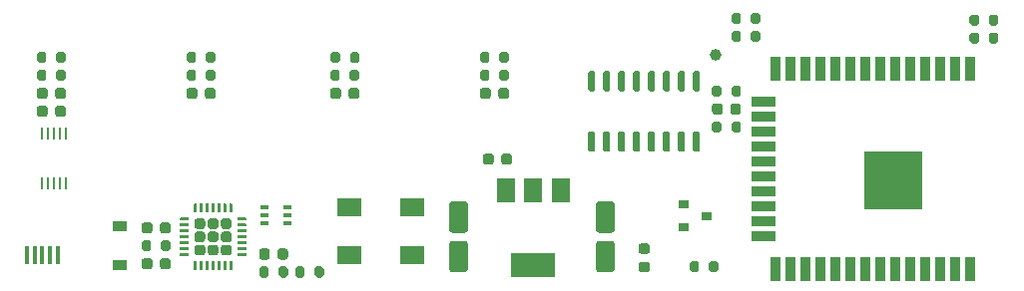
<source format=gbr>
%TF.GenerationSoftware,KiCad,Pcbnew,(5.1.10-1-10_14)*%
%TF.CreationDate,2021-10-13T21:31:21+02:00*%
%TF.ProjectId,MiliOhmMeter,4d696c69-4f68-46d4-9d65-7465722e6b69,rev?*%
%TF.SameCoordinates,Original*%
%TF.FileFunction,Paste,Bot*%
%TF.FilePolarity,Positive*%
%FSLAX46Y46*%
G04 Gerber Fmt 4.6, Leading zero omitted, Abs format (unit mm)*
G04 Created by KiCad (PCBNEW (5.1.10-1-10_14)) date 2021-10-13 21:31:21*
%MOMM*%
%LPD*%
G01*
G04 APERTURE LIST*
%ADD10R,0.450000X1.500000*%
%ADD11R,1.500000X2.000000*%
%ADD12R,3.800000X2.000000*%
%ADD13C,1.000000*%
%ADD14R,2.000000X1.600000*%
%ADD15R,0.250000X1.100000*%
%ADD16R,0.900000X0.800000*%
%ADD17R,0.650000X0.400000*%
%ADD18R,5.000000X5.000000*%
%ADD19R,0.900000X2.000000*%
%ADD20R,2.000000X0.900000*%
%ADD21R,1.200000X0.900000*%
G04 APERTURE END LIST*
D10*
%TO.C,J1*%
X71344000Y-99377000D03*
X73944000Y-99377000D03*
X71994000Y-99377000D03*
X73294000Y-99377000D03*
X72644000Y-99377000D03*
%TD*%
D11*
%TO.C,U4*%
X112000000Y-93878000D03*
X116600000Y-93878000D03*
X114300000Y-93878000D03*
D12*
X114300000Y-100178000D03*
%TD*%
D13*
%TO.C,TP1*%
X129794000Y-82296000D03*
%TD*%
%TO.C,C13*%
G36*
G01*
X119846000Y-98140000D02*
X120946000Y-98140000D01*
G75*
G02*
X121196000Y-98390000I0J-250000D01*
G01*
X121196000Y-100540000D01*
G75*
G02*
X120946000Y-100790000I-250000J0D01*
G01*
X119846000Y-100790000D01*
G75*
G02*
X119596000Y-100540000I0J250000D01*
G01*
X119596000Y-98390000D01*
G75*
G02*
X119846000Y-98140000I250000J0D01*
G01*
G37*
G36*
G01*
X119846000Y-94790000D02*
X120946000Y-94790000D01*
G75*
G02*
X121196000Y-95040000I0J-250000D01*
G01*
X121196000Y-97190000D01*
G75*
G02*
X120946000Y-97440000I-250000J0D01*
G01*
X119846000Y-97440000D01*
G75*
G02*
X119596000Y-97190000I0J250000D01*
G01*
X119596000Y-95040000D01*
G75*
G02*
X119846000Y-94790000I250000J0D01*
G01*
G37*
%TD*%
%TO.C,C12*%
G36*
G01*
X123448000Y-99893000D02*
X123948000Y-99893000D01*
G75*
G02*
X124173000Y-100118000I0J-225000D01*
G01*
X124173000Y-100568000D01*
G75*
G02*
X123948000Y-100793000I-225000J0D01*
G01*
X123448000Y-100793000D01*
G75*
G02*
X123223000Y-100568000I0J225000D01*
G01*
X123223000Y-100118000D01*
G75*
G02*
X123448000Y-99893000I225000J0D01*
G01*
G37*
G36*
G01*
X123448000Y-98343000D02*
X123948000Y-98343000D01*
G75*
G02*
X124173000Y-98568000I0J-225000D01*
G01*
X124173000Y-99018000D01*
G75*
G02*
X123948000Y-99243000I-225000J0D01*
G01*
X123448000Y-99243000D01*
G75*
G02*
X123223000Y-99018000I0J225000D01*
G01*
X123223000Y-98568000D01*
G75*
G02*
X123448000Y-98343000I225000J0D01*
G01*
G37*
%TD*%
%TO.C,C11*%
G36*
G01*
X110927000Y-90936000D02*
X110927000Y-91436000D01*
G75*
G02*
X110702000Y-91661000I-225000J0D01*
G01*
X110252000Y-91661000D01*
G75*
G02*
X110027000Y-91436000I0J225000D01*
G01*
X110027000Y-90936000D01*
G75*
G02*
X110252000Y-90711000I225000J0D01*
G01*
X110702000Y-90711000D01*
G75*
G02*
X110927000Y-90936000I0J-225000D01*
G01*
G37*
G36*
G01*
X112477000Y-90936000D02*
X112477000Y-91436000D01*
G75*
G02*
X112252000Y-91661000I-225000J0D01*
G01*
X111802000Y-91661000D01*
G75*
G02*
X111577000Y-91436000I0J225000D01*
G01*
X111577000Y-90936000D01*
G75*
G02*
X111802000Y-90711000I225000J0D01*
G01*
X112252000Y-90711000D01*
G75*
G02*
X112477000Y-90936000I0J-225000D01*
G01*
G37*
%TD*%
%TO.C,C10*%
G36*
G01*
X107400000Y-98140000D02*
X108500000Y-98140000D01*
G75*
G02*
X108750000Y-98390000I0J-250000D01*
G01*
X108750000Y-100540000D01*
G75*
G02*
X108500000Y-100790000I-250000J0D01*
G01*
X107400000Y-100790000D01*
G75*
G02*
X107150000Y-100540000I0J250000D01*
G01*
X107150000Y-98390000D01*
G75*
G02*
X107400000Y-98140000I250000J0D01*
G01*
G37*
G36*
G01*
X107400000Y-94790000D02*
X108500000Y-94790000D01*
G75*
G02*
X108750000Y-95040000I0J-250000D01*
G01*
X108750000Y-97190000D01*
G75*
G02*
X108500000Y-97440000I-250000J0D01*
G01*
X107400000Y-97440000D01*
G75*
G02*
X107150000Y-97190000I0J250000D01*
G01*
X107150000Y-95040000D01*
G75*
G02*
X107400000Y-94790000I250000J0D01*
G01*
G37*
%TD*%
%TO.C,C9*%
G36*
G01*
X131008000Y-87181500D02*
X131008000Y-86681500D01*
G75*
G02*
X131233000Y-86456500I225000J0D01*
G01*
X131683000Y-86456500D01*
G75*
G02*
X131908000Y-86681500I0J-225000D01*
G01*
X131908000Y-87181500D01*
G75*
G02*
X131683000Y-87406500I-225000J0D01*
G01*
X131233000Y-87406500D01*
G75*
G02*
X131008000Y-87181500I0J225000D01*
G01*
G37*
G36*
G01*
X129458000Y-87181500D02*
X129458000Y-86681500D01*
G75*
G02*
X129683000Y-86456500I225000J0D01*
G01*
X130133000Y-86456500D01*
G75*
G02*
X130358000Y-86681500I0J-225000D01*
G01*
X130358000Y-87181500D01*
G75*
G02*
X130133000Y-87406500I-225000J0D01*
G01*
X129683000Y-87406500D01*
G75*
G02*
X129458000Y-87181500I0J225000D01*
G01*
G37*
%TD*%
%TO.C,C8*%
G36*
G01*
X73731000Y-87372000D02*
X73731000Y-86872000D01*
G75*
G02*
X73956000Y-86647000I225000J0D01*
G01*
X74406000Y-86647000D01*
G75*
G02*
X74631000Y-86872000I0J-225000D01*
G01*
X74631000Y-87372000D01*
G75*
G02*
X74406000Y-87597000I-225000J0D01*
G01*
X73956000Y-87597000D01*
G75*
G02*
X73731000Y-87372000I0J225000D01*
G01*
G37*
G36*
G01*
X72181000Y-87372000D02*
X72181000Y-86872000D01*
G75*
G02*
X72406000Y-86647000I225000J0D01*
G01*
X72856000Y-86647000D01*
G75*
G02*
X73081000Y-86872000I0J-225000D01*
G01*
X73081000Y-87372000D01*
G75*
G02*
X72856000Y-87597000I-225000J0D01*
G01*
X72406000Y-87597000D01*
G75*
G02*
X72181000Y-87372000I0J225000D01*
G01*
G37*
%TD*%
D14*
%TO.C,SW4*%
X98646000Y-99314000D03*
X104046000Y-99314000D03*
%TD*%
%TO.C,SW3*%
X98646000Y-95250000D03*
X104046000Y-95250000D03*
%TD*%
%TO.C,C6*%
G36*
G01*
X111323000Y-85848000D02*
X111323000Y-85348000D01*
G75*
G02*
X111548000Y-85123000I225000J0D01*
G01*
X111998000Y-85123000D01*
G75*
G02*
X112223000Y-85348000I0J-225000D01*
G01*
X112223000Y-85848000D01*
G75*
G02*
X111998000Y-86073000I-225000J0D01*
G01*
X111548000Y-86073000D01*
G75*
G02*
X111323000Y-85848000I0J225000D01*
G01*
G37*
G36*
G01*
X109773000Y-85848000D02*
X109773000Y-85348000D01*
G75*
G02*
X109998000Y-85123000I225000J0D01*
G01*
X110448000Y-85123000D01*
G75*
G02*
X110673000Y-85348000I0J-225000D01*
G01*
X110673000Y-85848000D01*
G75*
G02*
X110448000Y-86073000I-225000J0D01*
G01*
X109998000Y-86073000D01*
G75*
G02*
X109773000Y-85848000I0J225000D01*
G01*
G37*
%TD*%
%TO.C,C5*%
G36*
G01*
X86431000Y-85848000D02*
X86431000Y-85348000D01*
G75*
G02*
X86656000Y-85123000I225000J0D01*
G01*
X87106000Y-85123000D01*
G75*
G02*
X87331000Y-85348000I0J-225000D01*
G01*
X87331000Y-85848000D01*
G75*
G02*
X87106000Y-86073000I-225000J0D01*
G01*
X86656000Y-86073000D01*
G75*
G02*
X86431000Y-85848000I0J225000D01*
G01*
G37*
G36*
G01*
X84881000Y-85848000D02*
X84881000Y-85348000D01*
G75*
G02*
X85106000Y-85123000I225000J0D01*
G01*
X85556000Y-85123000D01*
G75*
G02*
X85781000Y-85348000I0J-225000D01*
G01*
X85781000Y-85848000D01*
G75*
G02*
X85556000Y-86073000I-225000J0D01*
G01*
X85106000Y-86073000D01*
G75*
G02*
X84881000Y-85848000I0J225000D01*
G01*
G37*
%TD*%
%TO.C,C4*%
G36*
G01*
X98623000Y-85848000D02*
X98623000Y-85348000D01*
G75*
G02*
X98848000Y-85123000I225000J0D01*
G01*
X99298000Y-85123000D01*
G75*
G02*
X99523000Y-85348000I0J-225000D01*
G01*
X99523000Y-85848000D01*
G75*
G02*
X99298000Y-86073000I-225000J0D01*
G01*
X98848000Y-86073000D01*
G75*
G02*
X98623000Y-85848000I0J225000D01*
G01*
G37*
G36*
G01*
X97073000Y-85848000D02*
X97073000Y-85348000D01*
G75*
G02*
X97298000Y-85123000I225000J0D01*
G01*
X97748000Y-85123000D01*
G75*
G02*
X97973000Y-85348000I0J-225000D01*
G01*
X97973000Y-85848000D01*
G75*
G02*
X97748000Y-86073000I-225000J0D01*
G01*
X97298000Y-86073000D01*
G75*
G02*
X97073000Y-85848000I0J225000D01*
G01*
G37*
%TD*%
%TO.C,C3*%
G36*
G01*
X73731000Y-85848000D02*
X73731000Y-85348000D01*
G75*
G02*
X73956000Y-85123000I225000J0D01*
G01*
X74406000Y-85123000D01*
G75*
G02*
X74631000Y-85348000I0J-225000D01*
G01*
X74631000Y-85848000D01*
G75*
G02*
X74406000Y-86073000I-225000J0D01*
G01*
X73956000Y-86073000D01*
G75*
G02*
X73731000Y-85848000I0J225000D01*
G01*
G37*
G36*
G01*
X72181000Y-85848000D02*
X72181000Y-85348000D01*
G75*
G02*
X72406000Y-85123000I225000J0D01*
G01*
X72856000Y-85123000D01*
G75*
G02*
X73081000Y-85348000I0J-225000D01*
G01*
X73081000Y-85848000D01*
G75*
G02*
X72856000Y-86073000I-225000J0D01*
G01*
X72406000Y-86073000D01*
G75*
G02*
X72181000Y-85848000I0J225000D01*
G01*
G37*
%TD*%
%TO.C,U3*%
G36*
G01*
X128293000Y-85422000D02*
X127993000Y-85422000D01*
G75*
G02*
X127843000Y-85272000I0J150000D01*
G01*
X127843000Y-83822000D01*
G75*
G02*
X127993000Y-83672000I150000J0D01*
G01*
X128293000Y-83672000D01*
G75*
G02*
X128443000Y-83822000I0J-150000D01*
G01*
X128443000Y-85272000D01*
G75*
G02*
X128293000Y-85422000I-150000J0D01*
G01*
G37*
G36*
G01*
X127023000Y-85422000D02*
X126723000Y-85422000D01*
G75*
G02*
X126573000Y-85272000I0J150000D01*
G01*
X126573000Y-83822000D01*
G75*
G02*
X126723000Y-83672000I150000J0D01*
G01*
X127023000Y-83672000D01*
G75*
G02*
X127173000Y-83822000I0J-150000D01*
G01*
X127173000Y-85272000D01*
G75*
G02*
X127023000Y-85422000I-150000J0D01*
G01*
G37*
G36*
G01*
X125753000Y-85422000D02*
X125453000Y-85422000D01*
G75*
G02*
X125303000Y-85272000I0J150000D01*
G01*
X125303000Y-83822000D01*
G75*
G02*
X125453000Y-83672000I150000J0D01*
G01*
X125753000Y-83672000D01*
G75*
G02*
X125903000Y-83822000I0J-150000D01*
G01*
X125903000Y-85272000D01*
G75*
G02*
X125753000Y-85422000I-150000J0D01*
G01*
G37*
G36*
G01*
X124483000Y-85422000D02*
X124183000Y-85422000D01*
G75*
G02*
X124033000Y-85272000I0J150000D01*
G01*
X124033000Y-83822000D01*
G75*
G02*
X124183000Y-83672000I150000J0D01*
G01*
X124483000Y-83672000D01*
G75*
G02*
X124633000Y-83822000I0J-150000D01*
G01*
X124633000Y-85272000D01*
G75*
G02*
X124483000Y-85422000I-150000J0D01*
G01*
G37*
G36*
G01*
X123213000Y-85422000D02*
X122913000Y-85422000D01*
G75*
G02*
X122763000Y-85272000I0J150000D01*
G01*
X122763000Y-83822000D01*
G75*
G02*
X122913000Y-83672000I150000J0D01*
G01*
X123213000Y-83672000D01*
G75*
G02*
X123363000Y-83822000I0J-150000D01*
G01*
X123363000Y-85272000D01*
G75*
G02*
X123213000Y-85422000I-150000J0D01*
G01*
G37*
G36*
G01*
X121943000Y-85422000D02*
X121643000Y-85422000D01*
G75*
G02*
X121493000Y-85272000I0J150000D01*
G01*
X121493000Y-83822000D01*
G75*
G02*
X121643000Y-83672000I150000J0D01*
G01*
X121943000Y-83672000D01*
G75*
G02*
X122093000Y-83822000I0J-150000D01*
G01*
X122093000Y-85272000D01*
G75*
G02*
X121943000Y-85422000I-150000J0D01*
G01*
G37*
G36*
G01*
X120673000Y-85422000D02*
X120373000Y-85422000D01*
G75*
G02*
X120223000Y-85272000I0J150000D01*
G01*
X120223000Y-83822000D01*
G75*
G02*
X120373000Y-83672000I150000J0D01*
G01*
X120673000Y-83672000D01*
G75*
G02*
X120823000Y-83822000I0J-150000D01*
G01*
X120823000Y-85272000D01*
G75*
G02*
X120673000Y-85422000I-150000J0D01*
G01*
G37*
G36*
G01*
X119403000Y-85422000D02*
X119103000Y-85422000D01*
G75*
G02*
X118953000Y-85272000I0J150000D01*
G01*
X118953000Y-83822000D01*
G75*
G02*
X119103000Y-83672000I150000J0D01*
G01*
X119403000Y-83672000D01*
G75*
G02*
X119553000Y-83822000I0J-150000D01*
G01*
X119553000Y-85272000D01*
G75*
G02*
X119403000Y-85422000I-150000J0D01*
G01*
G37*
G36*
G01*
X119403000Y-90572000D02*
X119103000Y-90572000D01*
G75*
G02*
X118953000Y-90422000I0J150000D01*
G01*
X118953000Y-88972000D01*
G75*
G02*
X119103000Y-88822000I150000J0D01*
G01*
X119403000Y-88822000D01*
G75*
G02*
X119553000Y-88972000I0J-150000D01*
G01*
X119553000Y-90422000D01*
G75*
G02*
X119403000Y-90572000I-150000J0D01*
G01*
G37*
G36*
G01*
X120673000Y-90572000D02*
X120373000Y-90572000D01*
G75*
G02*
X120223000Y-90422000I0J150000D01*
G01*
X120223000Y-88972000D01*
G75*
G02*
X120373000Y-88822000I150000J0D01*
G01*
X120673000Y-88822000D01*
G75*
G02*
X120823000Y-88972000I0J-150000D01*
G01*
X120823000Y-90422000D01*
G75*
G02*
X120673000Y-90572000I-150000J0D01*
G01*
G37*
G36*
G01*
X121943000Y-90572000D02*
X121643000Y-90572000D01*
G75*
G02*
X121493000Y-90422000I0J150000D01*
G01*
X121493000Y-88972000D01*
G75*
G02*
X121643000Y-88822000I150000J0D01*
G01*
X121943000Y-88822000D01*
G75*
G02*
X122093000Y-88972000I0J-150000D01*
G01*
X122093000Y-90422000D01*
G75*
G02*
X121943000Y-90572000I-150000J0D01*
G01*
G37*
G36*
G01*
X123213000Y-90572000D02*
X122913000Y-90572000D01*
G75*
G02*
X122763000Y-90422000I0J150000D01*
G01*
X122763000Y-88972000D01*
G75*
G02*
X122913000Y-88822000I150000J0D01*
G01*
X123213000Y-88822000D01*
G75*
G02*
X123363000Y-88972000I0J-150000D01*
G01*
X123363000Y-90422000D01*
G75*
G02*
X123213000Y-90572000I-150000J0D01*
G01*
G37*
G36*
G01*
X124483000Y-90572000D02*
X124183000Y-90572000D01*
G75*
G02*
X124033000Y-90422000I0J150000D01*
G01*
X124033000Y-88972000D01*
G75*
G02*
X124183000Y-88822000I150000J0D01*
G01*
X124483000Y-88822000D01*
G75*
G02*
X124633000Y-88972000I0J-150000D01*
G01*
X124633000Y-90422000D01*
G75*
G02*
X124483000Y-90572000I-150000J0D01*
G01*
G37*
G36*
G01*
X125753000Y-90572000D02*
X125453000Y-90572000D01*
G75*
G02*
X125303000Y-90422000I0J150000D01*
G01*
X125303000Y-88972000D01*
G75*
G02*
X125453000Y-88822000I150000J0D01*
G01*
X125753000Y-88822000D01*
G75*
G02*
X125903000Y-88972000I0J-150000D01*
G01*
X125903000Y-90422000D01*
G75*
G02*
X125753000Y-90572000I-150000J0D01*
G01*
G37*
G36*
G01*
X127023000Y-90572000D02*
X126723000Y-90572000D01*
G75*
G02*
X126573000Y-90422000I0J150000D01*
G01*
X126573000Y-88972000D01*
G75*
G02*
X126723000Y-88822000I150000J0D01*
G01*
X127023000Y-88822000D01*
G75*
G02*
X127173000Y-88972000I0J-150000D01*
G01*
X127173000Y-90422000D01*
G75*
G02*
X127023000Y-90572000I-150000J0D01*
G01*
G37*
G36*
G01*
X128293000Y-90572000D02*
X127993000Y-90572000D01*
G75*
G02*
X127843000Y-90422000I0J150000D01*
G01*
X127843000Y-88972000D01*
G75*
G02*
X127993000Y-88822000I150000J0D01*
G01*
X128293000Y-88822000D01*
G75*
G02*
X128443000Y-88972000I0J-150000D01*
G01*
X128443000Y-90422000D01*
G75*
G02*
X128293000Y-90572000I-150000J0D01*
G01*
G37*
%TD*%
D15*
%TO.C,U2*%
X74596500Y-88972500D03*
X74096500Y-88972500D03*
X73596500Y-88972500D03*
X73096500Y-88972500D03*
X72596500Y-88972500D03*
X72596500Y-93272500D03*
X73096500Y-93272500D03*
X73596500Y-93272500D03*
X74096500Y-93272500D03*
X74596500Y-93272500D03*
%TD*%
%TO.C,U1*%
G36*
G01*
X86227000Y-97120000D02*
X85777000Y-97120000D01*
G75*
G02*
X85552000Y-96895000I0J225000D01*
G01*
X85552000Y-96445000D01*
G75*
G02*
X85777000Y-96220000I225000J0D01*
G01*
X86227000Y-96220000D01*
G75*
G02*
X86452000Y-96445000I0J-225000D01*
G01*
X86452000Y-96895000D01*
G75*
G02*
X86227000Y-97120000I-225000J0D01*
G01*
G37*
G36*
G01*
X87347000Y-97120000D02*
X86897000Y-97120000D01*
G75*
G02*
X86672000Y-96895000I0J225000D01*
G01*
X86672000Y-96445000D01*
G75*
G02*
X86897000Y-96220000I225000J0D01*
G01*
X87347000Y-96220000D01*
G75*
G02*
X87572000Y-96445000I0J-225000D01*
G01*
X87572000Y-96895000D01*
G75*
G02*
X87347000Y-97120000I-225000J0D01*
G01*
G37*
G36*
G01*
X88467000Y-97120000D02*
X88017000Y-97120000D01*
G75*
G02*
X87792000Y-96895000I0J225000D01*
G01*
X87792000Y-96445000D01*
G75*
G02*
X88017000Y-96220000I225000J0D01*
G01*
X88467000Y-96220000D01*
G75*
G02*
X88692000Y-96445000I0J-225000D01*
G01*
X88692000Y-96895000D01*
G75*
G02*
X88467000Y-97120000I-225000J0D01*
G01*
G37*
G36*
G01*
X86227000Y-98240000D02*
X85777000Y-98240000D01*
G75*
G02*
X85552000Y-98015000I0J225000D01*
G01*
X85552000Y-97565000D01*
G75*
G02*
X85777000Y-97340000I225000J0D01*
G01*
X86227000Y-97340000D01*
G75*
G02*
X86452000Y-97565000I0J-225000D01*
G01*
X86452000Y-98015000D01*
G75*
G02*
X86227000Y-98240000I-225000J0D01*
G01*
G37*
G36*
G01*
X87347000Y-98240000D02*
X86897000Y-98240000D01*
G75*
G02*
X86672000Y-98015000I0J225000D01*
G01*
X86672000Y-97565000D01*
G75*
G02*
X86897000Y-97340000I225000J0D01*
G01*
X87347000Y-97340000D01*
G75*
G02*
X87572000Y-97565000I0J-225000D01*
G01*
X87572000Y-98015000D01*
G75*
G02*
X87347000Y-98240000I-225000J0D01*
G01*
G37*
G36*
G01*
X88467000Y-98240000D02*
X88017000Y-98240000D01*
G75*
G02*
X87792000Y-98015000I0J225000D01*
G01*
X87792000Y-97565000D01*
G75*
G02*
X88017000Y-97340000I225000J0D01*
G01*
X88467000Y-97340000D01*
G75*
G02*
X88692000Y-97565000I0J-225000D01*
G01*
X88692000Y-98015000D01*
G75*
G02*
X88467000Y-98240000I-225000J0D01*
G01*
G37*
G36*
G01*
X86227000Y-99360000D02*
X85777000Y-99360000D01*
G75*
G02*
X85552000Y-99135000I0J225000D01*
G01*
X85552000Y-98685000D01*
G75*
G02*
X85777000Y-98460000I225000J0D01*
G01*
X86227000Y-98460000D01*
G75*
G02*
X86452000Y-98685000I0J-225000D01*
G01*
X86452000Y-99135000D01*
G75*
G02*
X86227000Y-99360000I-225000J0D01*
G01*
G37*
G36*
G01*
X87347000Y-99360000D02*
X86897000Y-99360000D01*
G75*
G02*
X86672000Y-99135000I0J225000D01*
G01*
X86672000Y-98685000D01*
G75*
G02*
X86897000Y-98460000I225000J0D01*
G01*
X87347000Y-98460000D01*
G75*
G02*
X87572000Y-98685000I0J-225000D01*
G01*
X87572000Y-99135000D01*
G75*
G02*
X87347000Y-99360000I-225000J0D01*
G01*
G37*
G36*
G01*
X88467000Y-99360000D02*
X88017000Y-99360000D01*
G75*
G02*
X87792000Y-99135000I0J225000D01*
G01*
X87792000Y-98685000D01*
G75*
G02*
X88017000Y-98460000I225000J0D01*
G01*
X88467000Y-98460000D01*
G75*
G02*
X88692000Y-98685000I0J-225000D01*
G01*
X88692000Y-99135000D01*
G75*
G02*
X88467000Y-99360000I-225000J0D01*
G01*
G37*
G36*
G01*
X89909500Y-99415000D02*
X89234500Y-99415000D01*
G75*
G02*
X89172000Y-99352500I0J62500D01*
G01*
X89172000Y-99227500D01*
G75*
G02*
X89234500Y-99165000I62500J0D01*
G01*
X89909500Y-99165000D01*
G75*
G02*
X89972000Y-99227500I0J-62500D01*
G01*
X89972000Y-99352500D01*
G75*
G02*
X89909500Y-99415000I-62500J0D01*
G01*
G37*
G36*
G01*
X89909500Y-98915000D02*
X89234500Y-98915000D01*
G75*
G02*
X89172000Y-98852500I0J62500D01*
G01*
X89172000Y-98727500D01*
G75*
G02*
X89234500Y-98665000I62500J0D01*
G01*
X89909500Y-98665000D01*
G75*
G02*
X89972000Y-98727500I0J-62500D01*
G01*
X89972000Y-98852500D01*
G75*
G02*
X89909500Y-98915000I-62500J0D01*
G01*
G37*
G36*
G01*
X89909500Y-98415000D02*
X89234500Y-98415000D01*
G75*
G02*
X89172000Y-98352500I0J62500D01*
G01*
X89172000Y-98227500D01*
G75*
G02*
X89234500Y-98165000I62500J0D01*
G01*
X89909500Y-98165000D01*
G75*
G02*
X89972000Y-98227500I0J-62500D01*
G01*
X89972000Y-98352500D01*
G75*
G02*
X89909500Y-98415000I-62500J0D01*
G01*
G37*
G36*
G01*
X89909500Y-97915000D02*
X89234500Y-97915000D01*
G75*
G02*
X89172000Y-97852500I0J62500D01*
G01*
X89172000Y-97727500D01*
G75*
G02*
X89234500Y-97665000I62500J0D01*
G01*
X89909500Y-97665000D01*
G75*
G02*
X89972000Y-97727500I0J-62500D01*
G01*
X89972000Y-97852500D01*
G75*
G02*
X89909500Y-97915000I-62500J0D01*
G01*
G37*
G36*
G01*
X89909500Y-97415000D02*
X89234500Y-97415000D01*
G75*
G02*
X89172000Y-97352500I0J62500D01*
G01*
X89172000Y-97227500D01*
G75*
G02*
X89234500Y-97165000I62500J0D01*
G01*
X89909500Y-97165000D01*
G75*
G02*
X89972000Y-97227500I0J-62500D01*
G01*
X89972000Y-97352500D01*
G75*
G02*
X89909500Y-97415000I-62500J0D01*
G01*
G37*
G36*
G01*
X89909500Y-96915000D02*
X89234500Y-96915000D01*
G75*
G02*
X89172000Y-96852500I0J62500D01*
G01*
X89172000Y-96727500D01*
G75*
G02*
X89234500Y-96665000I62500J0D01*
G01*
X89909500Y-96665000D01*
G75*
G02*
X89972000Y-96727500I0J-62500D01*
G01*
X89972000Y-96852500D01*
G75*
G02*
X89909500Y-96915000I-62500J0D01*
G01*
G37*
G36*
G01*
X89909500Y-96415000D02*
X89234500Y-96415000D01*
G75*
G02*
X89172000Y-96352500I0J62500D01*
G01*
X89172000Y-96227500D01*
G75*
G02*
X89234500Y-96165000I62500J0D01*
G01*
X89909500Y-96165000D01*
G75*
G02*
X89972000Y-96227500I0J-62500D01*
G01*
X89972000Y-96352500D01*
G75*
G02*
X89909500Y-96415000I-62500J0D01*
G01*
G37*
G36*
G01*
X88684500Y-95740000D02*
X88559500Y-95740000D01*
G75*
G02*
X88497000Y-95677500I0J62500D01*
G01*
X88497000Y-95002500D01*
G75*
G02*
X88559500Y-94940000I62500J0D01*
G01*
X88684500Y-94940000D01*
G75*
G02*
X88747000Y-95002500I0J-62500D01*
G01*
X88747000Y-95677500D01*
G75*
G02*
X88684500Y-95740000I-62500J0D01*
G01*
G37*
G36*
G01*
X88184500Y-95740000D02*
X88059500Y-95740000D01*
G75*
G02*
X87997000Y-95677500I0J62500D01*
G01*
X87997000Y-95002500D01*
G75*
G02*
X88059500Y-94940000I62500J0D01*
G01*
X88184500Y-94940000D01*
G75*
G02*
X88247000Y-95002500I0J-62500D01*
G01*
X88247000Y-95677500D01*
G75*
G02*
X88184500Y-95740000I-62500J0D01*
G01*
G37*
G36*
G01*
X87684500Y-95740000D02*
X87559500Y-95740000D01*
G75*
G02*
X87497000Y-95677500I0J62500D01*
G01*
X87497000Y-95002500D01*
G75*
G02*
X87559500Y-94940000I62500J0D01*
G01*
X87684500Y-94940000D01*
G75*
G02*
X87747000Y-95002500I0J-62500D01*
G01*
X87747000Y-95677500D01*
G75*
G02*
X87684500Y-95740000I-62500J0D01*
G01*
G37*
G36*
G01*
X87184500Y-95740000D02*
X87059500Y-95740000D01*
G75*
G02*
X86997000Y-95677500I0J62500D01*
G01*
X86997000Y-95002500D01*
G75*
G02*
X87059500Y-94940000I62500J0D01*
G01*
X87184500Y-94940000D01*
G75*
G02*
X87247000Y-95002500I0J-62500D01*
G01*
X87247000Y-95677500D01*
G75*
G02*
X87184500Y-95740000I-62500J0D01*
G01*
G37*
G36*
G01*
X86684500Y-95740000D02*
X86559500Y-95740000D01*
G75*
G02*
X86497000Y-95677500I0J62500D01*
G01*
X86497000Y-95002500D01*
G75*
G02*
X86559500Y-94940000I62500J0D01*
G01*
X86684500Y-94940000D01*
G75*
G02*
X86747000Y-95002500I0J-62500D01*
G01*
X86747000Y-95677500D01*
G75*
G02*
X86684500Y-95740000I-62500J0D01*
G01*
G37*
G36*
G01*
X86184500Y-95740000D02*
X86059500Y-95740000D01*
G75*
G02*
X85997000Y-95677500I0J62500D01*
G01*
X85997000Y-95002500D01*
G75*
G02*
X86059500Y-94940000I62500J0D01*
G01*
X86184500Y-94940000D01*
G75*
G02*
X86247000Y-95002500I0J-62500D01*
G01*
X86247000Y-95677500D01*
G75*
G02*
X86184500Y-95740000I-62500J0D01*
G01*
G37*
G36*
G01*
X85684500Y-95740000D02*
X85559500Y-95740000D01*
G75*
G02*
X85497000Y-95677500I0J62500D01*
G01*
X85497000Y-95002500D01*
G75*
G02*
X85559500Y-94940000I62500J0D01*
G01*
X85684500Y-94940000D01*
G75*
G02*
X85747000Y-95002500I0J-62500D01*
G01*
X85747000Y-95677500D01*
G75*
G02*
X85684500Y-95740000I-62500J0D01*
G01*
G37*
G36*
G01*
X85009500Y-96415000D02*
X84334500Y-96415000D01*
G75*
G02*
X84272000Y-96352500I0J62500D01*
G01*
X84272000Y-96227500D01*
G75*
G02*
X84334500Y-96165000I62500J0D01*
G01*
X85009500Y-96165000D01*
G75*
G02*
X85072000Y-96227500I0J-62500D01*
G01*
X85072000Y-96352500D01*
G75*
G02*
X85009500Y-96415000I-62500J0D01*
G01*
G37*
G36*
G01*
X85009500Y-96915000D02*
X84334500Y-96915000D01*
G75*
G02*
X84272000Y-96852500I0J62500D01*
G01*
X84272000Y-96727500D01*
G75*
G02*
X84334500Y-96665000I62500J0D01*
G01*
X85009500Y-96665000D01*
G75*
G02*
X85072000Y-96727500I0J-62500D01*
G01*
X85072000Y-96852500D01*
G75*
G02*
X85009500Y-96915000I-62500J0D01*
G01*
G37*
G36*
G01*
X85009500Y-97415000D02*
X84334500Y-97415000D01*
G75*
G02*
X84272000Y-97352500I0J62500D01*
G01*
X84272000Y-97227500D01*
G75*
G02*
X84334500Y-97165000I62500J0D01*
G01*
X85009500Y-97165000D01*
G75*
G02*
X85072000Y-97227500I0J-62500D01*
G01*
X85072000Y-97352500D01*
G75*
G02*
X85009500Y-97415000I-62500J0D01*
G01*
G37*
G36*
G01*
X85009500Y-97915000D02*
X84334500Y-97915000D01*
G75*
G02*
X84272000Y-97852500I0J62500D01*
G01*
X84272000Y-97727500D01*
G75*
G02*
X84334500Y-97665000I62500J0D01*
G01*
X85009500Y-97665000D01*
G75*
G02*
X85072000Y-97727500I0J-62500D01*
G01*
X85072000Y-97852500D01*
G75*
G02*
X85009500Y-97915000I-62500J0D01*
G01*
G37*
G36*
G01*
X85009500Y-98415000D02*
X84334500Y-98415000D01*
G75*
G02*
X84272000Y-98352500I0J62500D01*
G01*
X84272000Y-98227500D01*
G75*
G02*
X84334500Y-98165000I62500J0D01*
G01*
X85009500Y-98165000D01*
G75*
G02*
X85072000Y-98227500I0J-62500D01*
G01*
X85072000Y-98352500D01*
G75*
G02*
X85009500Y-98415000I-62500J0D01*
G01*
G37*
G36*
G01*
X85009500Y-98915000D02*
X84334500Y-98915000D01*
G75*
G02*
X84272000Y-98852500I0J62500D01*
G01*
X84272000Y-98727500D01*
G75*
G02*
X84334500Y-98665000I62500J0D01*
G01*
X85009500Y-98665000D01*
G75*
G02*
X85072000Y-98727500I0J-62500D01*
G01*
X85072000Y-98852500D01*
G75*
G02*
X85009500Y-98915000I-62500J0D01*
G01*
G37*
G36*
G01*
X85009500Y-99415000D02*
X84334500Y-99415000D01*
G75*
G02*
X84272000Y-99352500I0J62500D01*
G01*
X84272000Y-99227500D01*
G75*
G02*
X84334500Y-99165000I62500J0D01*
G01*
X85009500Y-99165000D01*
G75*
G02*
X85072000Y-99227500I0J-62500D01*
G01*
X85072000Y-99352500D01*
G75*
G02*
X85009500Y-99415000I-62500J0D01*
G01*
G37*
G36*
G01*
X85684500Y-100640000D02*
X85559500Y-100640000D01*
G75*
G02*
X85497000Y-100577500I0J62500D01*
G01*
X85497000Y-99902500D01*
G75*
G02*
X85559500Y-99840000I62500J0D01*
G01*
X85684500Y-99840000D01*
G75*
G02*
X85747000Y-99902500I0J-62500D01*
G01*
X85747000Y-100577500D01*
G75*
G02*
X85684500Y-100640000I-62500J0D01*
G01*
G37*
G36*
G01*
X86184500Y-100640000D02*
X86059500Y-100640000D01*
G75*
G02*
X85997000Y-100577500I0J62500D01*
G01*
X85997000Y-99902500D01*
G75*
G02*
X86059500Y-99840000I62500J0D01*
G01*
X86184500Y-99840000D01*
G75*
G02*
X86247000Y-99902500I0J-62500D01*
G01*
X86247000Y-100577500D01*
G75*
G02*
X86184500Y-100640000I-62500J0D01*
G01*
G37*
G36*
G01*
X86684500Y-100640000D02*
X86559500Y-100640000D01*
G75*
G02*
X86497000Y-100577500I0J62500D01*
G01*
X86497000Y-99902500D01*
G75*
G02*
X86559500Y-99840000I62500J0D01*
G01*
X86684500Y-99840000D01*
G75*
G02*
X86747000Y-99902500I0J-62500D01*
G01*
X86747000Y-100577500D01*
G75*
G02*
X86684500Y-100640000I-62500J0D01*
G01*
G37*
G36*
G01*
X87184500Y-100640000D02*
X87059500Y-100640000D01*
G75*
G02*
X86997000Y-100577500I0J62500D01*
G01*
X86997000Y-99902500D01*
G75*
G02*
X87059500Y-99840000I62500J0D01*
G01*
X87184500Y-99840000D01*
G75*
G02*
X87247000Y-99902500I0J-62500D01*
G01*
X87247000Y-100577500D01*
G75*
G02*
X87184500Y-100640000I-62500J0D01*
G01*
G37*
G36*
G01*
X87684500Y-100640000D02*
X87559500Y-100640000D01*
G75*
G02*
X87497000Y-100577500I0J62500D01*
G01*
X87497000Y-99902500D01*
G75*
G02*
X87559500Y-99840000I62500J0D01*
G01*
X87684500Y-99840000D01*
G75*
G02*
X87747000Y-99902500I0J-62500D01*
G01*
X87747000Y-100577500D01*
G75*
G02*
X87684500Y-100640000I-62500J0D01*
G01*
G37*
G36*
G01*
X88184500Y-100640000D02*
X88059500Y-100640000D01*
G75*
G02*
X87997000Y-100577500I0J62500D01*
G01*
X87997000Y-99902500D01*
G75*
G02*
X88059500Y-99840000I62500J0D01*
G01*
X88184500Y-99840000D01*
G75*
G02*
X88247000Y-99902500I0J-62500D01*
G01*
X88247000Y-100577500D01*
G75*
G02*
X88184500Y-100640000I-62500J0D01*
G01*
G37*
G36*
G01*
X88684500Y-100640000D02*
X88559500Y-100640000D01*
G75*
G02*
X88497000Y-100577500I0J62500D01*
G01*
X88497000Y-99902500D01*
G75*
G02*
X88559500Y-99840000I62500J0D01*
G01*
X88684500Y-99840000D01*
G75*
G02*
X88747000Y-99902500I0J-62500D01*
G01*
X88747000Y-100577500D01*
G75*
G02*
X88684500Y-100640000I-62500J0D01*
G01*
G37*
%TD*%
%TO.C,R18*%
G36*
G01*
X110573000Y-83799000D02*
X110573000Y-84349000D01*
G75*
G02*
X110373000Y-84549000I-200000J0D01*
G01*
X109973000Y-84549000D01*
G75*
G02*
X109773000Y-84349000I0J200000D01*
G01*
X109773000Y-83799000D01*
G75*
G02*
X109973000Y-83599000I200000J0D01*
G01*
X110373000Y-83599000D01*
G75*
G02*
X110573000Y-83799000I0J-200000D01*
G01*
G37*
G36*
G01*
X112223000Y-83799000D02*
X112223000Y-84349000D01*
G75*
G02*
X112023000Y-84549000I-200000J0D01*
G01*
X111623000Y-84549000D01*
G75*
G02*
X111423000Y-84349000I0J200000D01*
G01*
X111423000Y-83799000D01*
G75*
G02*
X111623000Y-83599000I200000J0D01*
G01*
X112023000Y-83599000D01*
G75*
G02*
X112223000Y-83799000I0J-200000D01*
G01*
G37*
%TD*%
%TO.C,R17*%
G36*
G01*
X110573000Y-82275000D02*
X110573000Y-82825000D01*
G75*
G02*
X110373000Y-83025000I-200000J0D01*
G01*
X109973000Y-83025000D01*
G75*
G02*
X109773000Y-82825000I0J200000D01*
G01*
X109773000Y-82275000D01*
G75*
G02*
X109973000Y-82075000I200000J0D01*
G01*
X110373000Y-82075000D01*
G75*
G02*
X110573000Y-82275000I0J-200000D01*
G01*
G37*
G36*
G01*
X112223000Y-82275000D02*
X112223000Y-82825000D01*
G75*
G02*
X112023000Y-83025000I-200000J0D01*
G01*
X111623000Y-83025000D01*
G75*
G02*
X111423000Y-82825000I0J200000D01*
G01*
X111423000Y-82275000D01*
G75*
G02*
X111623000Y-82075000I200000J0D01*
G01*
X112023000Y-82075000D01*
G75*
G02*
X112223000Y-82275000I0J-200000D01*
G01*
G37*
%TD*%
%TO.C,R16*%
G36*
G01*
X85681000Y-83799000D02*
X85681000Y-84349000D01*
G75*
G02*
X85481000Y-84549000I-200000J0D01*
G01*
X85081000Y-84549000D01*
G75*
G02*
X84881000Y-84349000I0J200000D01*
G01*
X84881000Y-83799000D01*
G75*
G02*
X85081000Y-83599000I200000J0D01*
G01*
X85481000Y-83599000D01*
G75*
G02*
X85681000Y-83799000I0J-200000D01*
G01*
G37*
G36*
G01*
X87331000Y-83799000D02*
X87331000Y-84349000D01*
G75*
G02*
X87131000Y-84549000I-200000J0D01*
G01*
X86731000Y-84549000D01*
G75*
G02*
X86531000Y-84349000I0J200000D01*
G01*
X86531000Y-83799000D01*
G75*
G02*
X86731000Y-83599000I200000J0D01*
G01*
X87131000Y-83599000D01*
G75*
G02*
X87331000Y-83799000I0J-200000D01*
G01*
G37*
%TD*%
%TO.C,R15*%
G36*
G01*
X85681000Y-82275000D02*
X85681000Y-82825000D01*
G75*
G02*
X85481000Y-83025000I-200000J0D01*
G01*
X85081000Y-83025000D01*
G75*
G02*
X84881000Y-82825000I0J200000D01*
G01*
X84881000Y-82275000D01*
G75*
G02*
X85081000Y-82075000I200000J0D01*
G01*
X85481000Y-82075000D01*
G75*
G02*
X85681000Y-82275000I0J-200000D01*
G01*
G37*
G36*
G01*
X87331000Y-82275000D02*
X87331000Y-82825000D01*
G75*
G02*
X87131000Y-83025000I-200000J0D01*
G01*
X86731000Y-83025000D01*
G75*
G02*
X86531000Y-82825000I0J200000D01*
G01*
X86531000Y-82275000D01*
G75*
G02*
X86731000Y-82075000I200000J0D01*
G01*
X87131000Y-82075000D01*
G75*
G02*
X87331000Y-82275000I0J-200000D01*
G01*
G37*
%TD*%
%TO.C,R14*%
G36*
G01*
X130258000Y-85132500D02*
X130258000Y-85682500D01*
G75*
G02*
X130058000Y-85882500I-200000J0D01*
G01*
X129658000Y-85882500D01*
G75*
G02*
X129458000Y-85682500I0J200000D01*
G01*
X129458000Y-85132500D01*
G75*
G02*
X129658000Y-84932500I200000J0D01*
G01*
X130058000Y-84932500D01*
G75*
G02*
X130258000Y-85132500I0J-200000D01*
G01*
G37*
G36*
G01*
X131908000Y-85132500D02*
X131908000Y-85682500D01*
G75*
G02*
X131708000Y-85882500I-200000J0D01*
G01*
X131308000Y-85882500D01*
G75*
G02*
X131108000Y-85682500I0J200000D01*
G01*
X131108000Y-85132500D01*
G75*
G02*
X131308000Y-84932500I200000J0D01*
G01*
X131708000Y-84932500D01*
G75*
G02*
X131908000Y-85132500I0J-200000D01*
G01*
G37*
%TD*%
%TO.C,R13*%
G36*
G01*
X128353000Y-100055000D02*
X128353000Y-100605000D01*
G75*
G02*
X128153000Y-100805000I-200000J0D01*
G01*
X127753000Y-100805000D01*
G75*
G02*
X127553000Y-100605000I0J200000D01*
G01*
X127553000Y-100055000D01*
G75*
G02*
X127753000Y-99855000I200000J0D01*
G01*
X128153000Y-99855000D01*
G75*
G02*
X128353000Y-100055000I0J-200000D01*
G01*
G37*
G36*
G01*
X130003000Y-100055000D02*
X130003000Y-100605000D01*
G75*
G02*
X129803000Y-100805000I-200000J0D01*
G01*
X129403000Y-100805000D01*
G75*
G02*
X129203000Y-100605000I0J200000D01*
G01*
X129203000Y-100055000D01*
G75*
G02*
X129403000Y-99855000I200000J0D01*
G01*
X129803000Y-99855000D01*
G75*
G02*
X130003000Y-100055000I0J-200000D01*
G01*
G37*
%TD*%
%TO.C,R12*%
G36*
G01*
X81871000Y-98277000D02*
X81871000Y-98827000D01*
G75*
G02*
X81671000Y-99027000I-200000J0D01*
G01*
X81271000Y-99027000D01*
G75*
G02*
X81071000Y-98827000I0J200000D01*
G01*
X81071000Y-98277000D01*
G75*
G02*
X81271000Y-98077000I200000J0D01*
G01*
X81671000Y-98077000D01*
G75*
G02*
X81871000Y-98277000I0J-200000D01*
G01*
G37*
G36*
G01*
X83521000Y-98277000D02*
X83521000Y-98827000D01*
G75*
G02*
X83321000Y-99027000I-200000J0D01*
G01*
X82921000Y-99027000D01*
G75*
G02*
X82721000Y-98827000I0J200000D01*
G01*
X82721000Y-98277000D01*
G75*
G02*
X82921000Y-98077000I200000J0D01*
G01*
X83321000Y-98077000D01*
G75*
G02*
X83521000Y-98277000I0J-200000D01*
G01*
G37*
%TD*%
%TO.C,R11*%
G36*
G01*
X92690500Y-101049500D02*
X92690500Y-100499500D01*
G75*
G02*
X92890500Y-100299500I200000J0D01*
G01*
X93290500Y-100299500D01*
G75*
G02*
X93490500Y-100499500I0J-200000D01*
G01*
X93490500Y-101049500D01*
G75*
G02*
X93290500Y-101249500I-200000J0D01*
G01*
X92890500Y-101249500D01*
G75*
G02*
X92690500Y-101049500I0J200000D01*
G01*
G37*
G36*
G01*
X91040500Y-101049500D02*
X91040500Y-100499500D01*
G75*
G02*
X91240500Y-100299500I200000J0D01*
G01*
X91640500Y-100299500D01*
G75*
G02*
X91840500Y-100499500I0J-200000D01*
G01*
X91840500Y-101049500D01*
G75*
G02*
X91640500Y-101249500I-200000J0D01*
G01*
X91240500Y-101249500D01*
G75*
G02*
X91040500Y-101049500I0J200000D01*
G01*
G37*
%TD*%
%TO.C,R10*%
G36*
G01*
X130258000Y-88180500D02*
X130258000Y-88730500D01*
G75*
G02*
X130058000Y-88930500I-200000J0D01*
G01*
X129658000Y-88930500D01*
G75*
G02*
X129458000Y-88730500I0J200000D01*
G01*
X129458000Y-88180500D01*
G75*
G02*
X129658000Y-87980500I200000J0D01*
G01*
X130058000Y-87980500D01*
G75*
G02*
X130258000Y-88180500I0J-200000D01*
G01*
G37*
G36*
G01*
X131908000Y-88180500D02*
X131908000Y-88730500D01*
G75*
G02*
X131708000Y-88930500I-200000J0D01*
G01*
X131308000Y-88930500D01*
G75*
G02*
X131108000Y-88730500I0J200000D01*
G01*
X131108000Y-88180500D01*
G75*
G02*
X131308000Y-87980500I200000J0D01*
G01*
X131708000Y-87980500D01*
G75*
G02*
X131908000Y-88180500I0J-200000D01*
G01*
G37*
%TD*%
%TO.C,R9*%
G36*
G01*
X94888500Y-100499500D02*
X94888500Y-101049500D01*
G75*
G02*
X94688500Y-101249500I-200000J0D01*
G01*
X94288500Y-101249500D01*
G75*
G02*
X94088500Y-101049500I0J200000D01*
G01*
X94088500Y-100499500D01*
G75*
G02*
X94288500Y-100299500I200000J0D01*
G01*
X94688500Y-100299500D01*
G75*
G02*
X94888500Y-100499500I0J-200000D01*
G01*
G37*
G36*
G01*
X96538500Y-100499500D02*
X96538500Y-101049500D01*
G75*
G02*
X96338500Y-101249500I-200000J0D01*
G01*
X95938500Y-101249500D01*
G75*
G02*
X95738500Y-101049500I0J200000D01*
G01*
X95738500Y-100499500D01*
G75*
G02*
X95938500Y-100299500I200000J0D01*
G01*
X96338500Y-100299500D01*
G75*
G02*
X96538500Y-100499500I0J-200000D01*
G01*
G37*
%TD*%
%TO.C,R8*%
G36*
G01*
X97873000Y-83799000D02*
X97873000Y-84349000D01*
G75*
G02*
X97673000Y-84549000I-200000J0D01*
G01*
X97273000Y-84549000D01*
G75*
G02*
X97073000Y-84349000I0J200000D01*
G01*
X97073000Y-83799000D01*
G75*
G02*
X97273000Y-83599000I200000J0D01*
G01*
X97673000Y-83599000D01*
G75*
G02*
X97873000Y-83799000I0J-200000D01*
G01*
G37*
G36*
G01*
X99523000Y-83799000D02*
X99523000Y-84349000D01*
G75*
G02*
X99323000Y-84549000I-200000J0D01*
G01*
X98923000Y-84549000D01*
G75*
G02*
X98723000Y-84349000I0J200000D01*
G01*
X98723000Y-83799000D01*
G75*
G02*
X98923000Y-83599000I200000J0D01*
G01*
X99323000Y-83599000D01*
G75*
G02*
X99523000Y-83799000I0J-200000D01*
G01*
G37*
%TD*%
%TO.C,R7*%
G36*
G01*
X97898400Y-82275000D02*
X97898400Y-82825000D01*
G75*
G02*
X97698400Y-83025000I-200000J0D01*
G01*
X97298400Y-83025000D01*
G75*
G02*
X97098400Y-82825000I0J200000D01*
G01*
X97098400Y-82275000D01*
G75*
G02*
X97298400Y-82075000I200000J0D01*
G01*
X97698400Y-82075000D01*
G75*
G02*
X97898400Y-82275000I0J-200000D01*
G01*
G37*
G36*
G01*
X99548400Y-82275000D02*
X99548400Y-82825000D01*
G75*
G02*
X99348400Y-83025000I-200000J0D01*
G01*
X98948400Y-83025000D01*
G75*
G02*
X98748400Y-82825000I0J200000D01*
G01*
X98748400Y-82275000D01*
G75*
G02*
X98948400Y-82075000I200000J0D01*
G01*
X99348400Y-82075000D01*
G75*
G02*
X99548400Y-82275000I0J-200000D01*
G01*
G37*
%TD*%
%TO.C,R6*%
G36*
G01*
X72981000Y-83799000D02*
X72981000Y-84349000D01*
G75*
G02*
X72781000Y-84549000I-200000J0D01*
G01*
X72381000Y-84549000D01*
G75*
G02*
X72181000Y-84349000I0J200000D01*
G01*
X72181000Y-83799000D01*
G75*
G02*
X72381000Y-83599000I200000J0D01*
G01*
X72781000Y-83599000D01*
G75*
G02*
X72981000Y-83799000I0J-200000D01*
G01*
G37*
G36*
G01*
X74631000Y-83799000D02*
X74631000Y-84349000D01*
G75*
G02*
X74431000Y-84549000I-200000J0D01*
G01*
X74031000Y-84549000D01*
G75*
G02*
X73831000Y-84349000I0J200000D01*
G01*
X73831000Y-83799000D01*
G75*
G02*
X74031000Y-83599000I200000J0D01*
G01*
X74431000Y-83599000D01*
G75*
G02*
X74631000Y-83799000I0J-200000D01*
G01*
G37*
%TD*%
%TO.C,R5*%
G36*
G01*
X72981000Y-82275000D02*
X72981000Y-82825000D01*
G75*
G02*
X72781000Y-83025000I-200000J0D01*
G01*
X72381000Y-83025000D01*
G75*
G02*
X72181000Y-82825000I0J200000D01*
G01*
X72181000Y-82275000D01*
G75*
G02*
X72381000Y-82075000I200000J0D01*
G01*
X72781000Y-82075000D01*
G75*
G02*
X72981000Y-82275000I0J-200000D01*
G01*
G37*
G36*
G01*
X74631000Y-82275000D02*
X74631000Y-82825000D01*
G75*
G02*
X74431000Y-83025000I-200000J0D01*
G01*
X74031000Y-83025000D01*
G75*
G02*
X73831000Y-82825000I0J200000D01*
G01*
X73831000Y-82275000D01*
G75*
G02*
X74031000Y-82075000I200000J0D01*
G01*
X74431000Y-82075000D01*
G75*
G02*
X74631000Y-82275000I0J-200000D01*
G01*
G37*
%TD*%
%TO.C,R4*%
G36*
G01*
X152952000Y-81174000D02*
X152952000Y-80624000D01*
G75*
G02*
X153152000Y-80424000I200000J0D01*
G01*
X153552000Y-80424000D01*
G75*
G02*
X153752000Y-80624000I0J-200000D01*
G01*
X153752000Y-81174000D01*
G75*
G02*
X153552000Y-81374000I-200000J0D01*
G01*
X153152000Y-81374000D01*
G75*
G02*
X152952000Y-81174000I0J200000D01*
G01*
G37*
G36*
G01*
X151302000Y-81174000D02*
X151302000Y-80624000D01*
G75*
G02*
X151502000Y-80424000I200000J0D01*
G01*
X151902000Y-80424000D01*
G75*
G02*
X152102000Y-80624000I0J-200000D01*
G01*
X152102000Y-81174000D01*
G75*
G02*
X151902000Y-81374000I-200000J0D01*
G01*
X151502000Y-81374000D01*
G75*
G02*
X151302000Y-81174000I0J200000D01*
G01*
G37*
%TD*%
%TO.C,R3*%
G36*
G01*
X131909000Y-78973000D02*
X131909000Y-79523000D01*
G75*
G02*
X131709000Y-79723000I-200000J0D01*
G01*
X131309000Y-79723000D01*
G75*
G02*
X131109000Y-79523000I0J200000D01*
G01*
X131109000Y-78973000D01*
G75*
G02*
X131309000Y-78773000I200000J0D01*
G01*
X131709000Y-78773000D01*
G75*
G02*
X131909000Y-78973000I0J-200000D01*
G01*
G37*
G36*
G01*
X133559000Y-78973000D02*
X133559000Y-79523000D01*
G75*
G02*
X133359000Y-79723000I-200000J0D01*
G01*
X132959000Y-79723000D01*
G75*
G02*
X132759000Y-79523000I0J200000D01*
G01*
X132759000Y-78973000D01*
G75*
G02*
X132959000Y-78773000I200000J0D01*
G01*
X133359000Y-78773000D01*
G75*
G02*
X133559000Y-78973000I0J-200000D01*
G01*
G37*
%TD*%
%TO.C,R2*%
G36*
G01*
X152102000Y-79100000D02*
X152102000Y-79650000D01*
G75*
G02*
X151902000Y-79850000I-200000J0D01*
G01*
X151502000Y-79850000D01*
G75*
G02*
X151302000Y-79650000I0J200000D01*
G01*
X151302000Y-79100000D01*
G75*
G02*
X151502000Y-78900000I200000J0D01*
G01*
X151902000Y-78900000D01*
G75*
G02*
X152102000Y-79100000I0J-200000D01*
G01*
G37*
G36*
G01*
X153752000Y-79100000D02*
X153752000Y-79650000D01*
G75*
G02*
X153552000Y-79850000I-200000J0D01*
G01*
X153152000Y-79850000D01*
G75*
G02*
X152952000Y-79650000I0J200000D01*
G01*
X152952000Y-79100000D01*
G75*
G02*
X153152000Y-78900000I200000J0D01*
G01*
X153552000Y-78900000D01*
G75*
G02*
X153752000Y-79100000I0J-200000D01*
G01*
G37*
%TD*%
%TO.C,R1*%
G36*
G01*
X132759000Y-81047000D02*
X132759000Y-80497000D01*
G75*
G02*
X132959000Y-80297000I200000J0D01*
G01*
X133359000Y-80297000D01*
G75*
G02*
X133559000Y-80497000I0J-200000D01*
G01*
X133559000Y-81047000D01*
G75*
G02*
X133359000Y-81247000I-200000J0D01*
G01*
X132959000Y-81247000D01*
G75*
G02*
X132759000Y-81047000I0J200000D01*
G01*
G37*
G36*
G01*
X131109000Y-81047000D02*
X131109000Y-80497000D01*
G75*
G02*
X131309000Y-80297000I200000J0D01*
G01*
X131709000Y-80297000D01*
G75*
G02*
X131909000Y-80497000I0J-200000D01*
G01*
X131909000Y-81047000D01*
G75*
G02*
X131709000Y-81247000I-200000J0D01*
G01*
X131309000Y-81247000D01*
G75*
G02*
X131109000Y-81047000I0J200000D01*
G01*
G37*
%TD*%
D16*
%TO.C,Q2*%
X129016000Y-96012000D03*
X127016000Y-95062000D03*
X127016000Y-96962000D03*
%TD*%
D17*
%TO.C,Q1*%
X91506000Y-95298500D03*
X91506000Y-96598500D03*
X93406000Y-95948500D03*
X91506000Y-95948500D03*
X93406000Y-96598500D03*
X93406000Y-95298500D03*
%TD*%
D18*
%TO.C,MOD1*%
X144820500Y-93011500D03*
D19*
X134810500Y-83511500D03*
X136080500Y-83511500D03*
X137350500Y-83511500D03*
X138620500Y-83511500D03*
X139890500Y-83511500D03*
X141160500Y-83511500D03*
X142430500Y-83511500D03*
X143700500Y-83511500D03*
X144970500Y-83511500D03*
X146240500Y-83511500D03*
X147510500Y-83511500D03*
X148780500Y-83511500D03*
X150050500Y-83511500D03*
X151320500Y-83511500D03*
X134810500Y-100511500D03*
X136080500Y-100511500D03*
X137350500Y-100511500D03*
X138620500Y-100511500D03*
X139890500Y-100511500D03*
X141160500Y-100511500D03*
X142430500Y-100511500D03*
X143700500Y-100511500D03*
X144970500Y-100511500D03*
X146240500Y-100511500D03*
X147510500Y-100511500D03*
X148780500Y-100511500D03*
X150050500Y-100511500D03*
D20*
X133810500Y-86296500D03*
X133810500Y-87566500D03*
X133810500Y-88836500D03*
X133810500Y-90106500D03*
X133810500Y-91376500D03*
X133810500Y-92646500D03*
X133810500Y-93916500D03*
X133810500Y-95186500D03*
X133810500Y-96456500D03*
X133810500Y-97726500D03*
D19*
X151320500Y-100511500D03*
%TD*%
D21*
%TO.C,D1*%
X79248000Y-100202000D03*
X79248000Y-96902000D03*
%TD*%
%TO.C,C7*%
G36*
G01*
X92590500Y-99500500D02*
X92590500Y-99000500D01*
G75*
G02*
X92815500Y-98775500I225000J0D01*
G01*
X93265500Y-98775500D01*
G75*
G02*
X93490500Y-99000500I0J-225000D01*
G01*
X93490500Y-99500500D01*
G75*
G02*
X93265500Y-99725500I-225000J0D01*
G01*
X92815500Y-99725500D01*
G75*
G02*
X92590500Y-99500500I0J225000D01*
G01*
G37*
G36*
G01*
X91040500Y-99500500D02*
X91040500Y-99000500D01*
G75*
G02*
X91265500Y-98775500I225000J0D01*
G01*
X91715500Y-98775500D01*
G75*
G02*
X91940500Y-99000500I0J-225000D01*
G01*
X91940500Y-99500500D01*
G75*
G02*
X91715500Y-99725500I-225000J0D01*
G01*
X91265500Y-99725500D01*
G75*
G02*
X91040500Y-99500500I0J225000D01*
G01*
G37*
%TD*%
%TO.C,C2*%
G36*
G01*
X81971000Y-99826000D02*
X81971000Y-100326000D01*
G75*
G02*
X81746000Y-100551000I-225000J0D01*
G01*
X81296000Y-100551000D01*
G75*
G02*
X81071000Y-100326000I0J225000D01*
G01*
X81071000Y-99826000D01*
G75*
G02*
X81296000Y-99601000I225000J0D01*
G01*
X81746000Y-99601000D01*
G75*
G02*
X81971000Y-99826000I0J-225000D01*
G01*
G37*
G36*
G01*
X83521000Y-99826000D02*
X83521000Y-100326000D01*
G75*
G02*
X83296000Y-100551000I-225000J0D01*
G01*
X82846000Y-100551000D01*
G75*
G02*
X82621000Y-100326000I0J225000D01*
G01*
X82621000Y-99826000D01*
G75*
G02*
X82846000Y-99601000I225000J0D01*
G01*
X83296000Y-99601000D01*
G75*
G02*
X83521000Y-99826000I0J-225000D01*
G01*
G37*
%TD*%
%TO.C,C1*%
G36*
G01*
X82621000Y-97278000D02*
X82621000Y-96778000D01*
G75*
G02*
X82846000Y-96553000I225000J0D01*
G01*
X83296000Y-96553000D01*
G75*
G02*
X83521000Y-96778000I0J-225000D01*
G01*
X83521000Y-97278000D01*
G75*
G02*
X83296000Y-97503000I-225000J0D01*
G01*
X82846000Y-97503000D01*
G75*
G02*
X82621000Y-97278000I0J225000D01*
G01*
G37*
G36*
G01*
X81071000Y-97278000D02*
X81071000Y-96778000D01*
G75*
G02*
X81296000Y-96553000I225000J0D01*
G01*
X81746000Y-96553000D01*
G75*
G02*
X81971000Y-96778000I0J-225000D01*
G01*
X81971000Y-97278000D01*
G75*
G02*
X81746000Y-97503000I-225000J0D01*
G01*
X81296000Y-97503000D01*
G75*
G02*
X81071000Y-97278000I0J225000D01*
G01*
G37*
%TD*%
M02*

</source>
